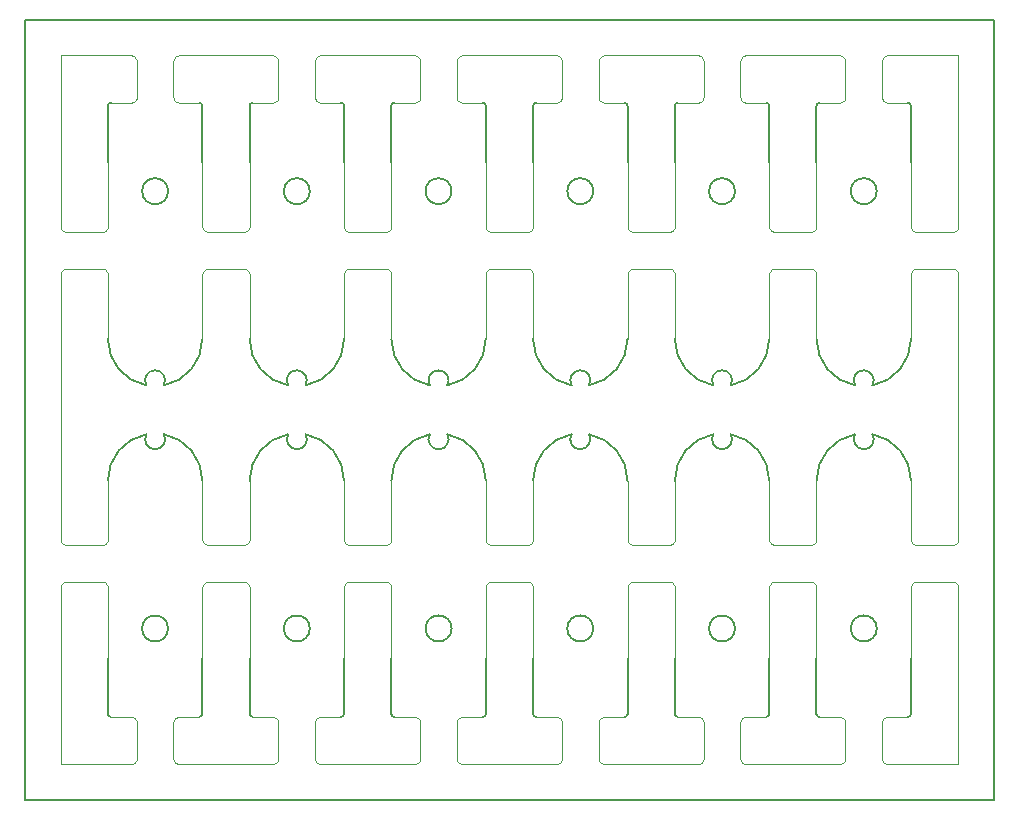
<source format=gm1>
G04 #@! TF.GenerationSoftware,KiCad,Pcbnew,5.0.2-bee76a0~70~ubuntu18.04.1*
G04 #@! TF.CreationDate,2020-03-12T15:24:38+01:00*
G04 #@! TF.ProjectId,output.A1335_long_I2C_panel,6f757470-7574-42e4-9131-3333355f6c6f,rev?*
G04 #@! TF.SameCoordinates,Original*
G04 #@! TF.FileFunction,Profile,NP*
%FSLAX46Y46*%
G04 Gerber Fmt 4.6, Leading zero omitted, Abs format (unit mm)*
G04 Created by KiCad (PCBNEW 5.0.2-bee76a0~70~ubuntu18.04.1) date Thu 12 Mar 2020 03:24:38 PM CET*
%MOMM*%
%LPD*%
G01*
G04 APERTURE LIST*
%ADD10C,0.200000*%
%ADD11C,0.150000*%
%ADD12C,0.100000*%
G04 APERTURE END LIST*
D10*
X167000000Y-66250000D02*
X167000000Y-71000000D01*
X143000000Y-66250000D02*
X143000000Y-71000000D01*
X131000000Y-66250000D02*
X131000000Y-71000000D01*
X116100000Y-73488571D02*
G75*
G03X116100000Y-73488571I-1100000J0D01*
G01*
X111000000Y-66250000D02*
X111000000Y-71000000D01*
X166999988Y-85990000D02*
G75*
G02X163731740Y-89932500I-3999988J-10000D01*
G01*
X135000000Y-66250000D02*
G75*
G02X135250000Y-66000000I250000J0D01*
G01*
X142999988Y-85990000D02*
G75*
G02X139731740Y-89932500I-3999988J-10000D01*
G01*
X154999988Y-85990000D02*
G75*
G02X151731740Y-89932500I-3999988J-10000D01*
G01*
X166750000Y-66000000D02*
G75*
G02X167000000Y-66250000I0J-250000D01*
G01*
X140100000Y-73488571D02*
G75*
G03X140100000Y-73488571I-1100000J0D01*
G01*
X178999988Y-85990000D02*
G75*
G02X175731740Y-89932500I-3999988J-10000D01*
G01*
X162268479Y-89932870D02*
G75*
G02X163731740Y-89932500I731521J432870D01*
G01*
X128100000Y-73488571D02*
G75*
G03X128100000Y-73488571I-1100000J0D01*
G01*
X152100000Y-73488571D02*
G75*
G03X152100000Y-73488571I-1100000J0D01*
G01*
X155000000Y-66250000D02*
X155000000Y-71000000D01*
X176100000Y-73488571D02*
G75*
G03X176100000Y-73488571I-1100000J0D01*
G01*
X114269493Y-89932729D02*
G75*
G02X111000000Y-86000000I730507J3932729D01*
G01*
X171000000Y-66250000D02*
G75*
G02X171250000Y-66000000I250000J0D01*
G01*
X126268479Y-89932870D02*
G75*
G02X127731740Y-89932500I731521J432870D01*
G01*
X128100000Y-73488571D02*
G75*
G03X128100000Y-73488571I-1100000J0D01*
G01*
X116100000Y-73488571D02*
G75*
G03X116100000Y-73488571I-1100000J0D01*
G01*
X164100000Y-73488571D02*
G75*
G03X164100000Y-73488571I-1100000J0D01*
G01*
X114268479Y-89932870D02*
G75*
G02X115731740Y-89932500I731521J432870D01*
G01*
X123000000Y-66250000D02*
X123000000Y-71000000D01*
X178750000Y-66000000D02*
G75*
G02X179000000Y-66250000I0J-250000D01*
G01*
X171000000Y-66250000D02*
X171000000Y-71000000D01*
X159000000Y-66250000D02*
X159000000Y-71000000D01*
X130750000Y-66000000D02*
G75*
G02X131000000Y-66250000I0J-250000D01*
G01*
X154750000Y-66000000D02*
G75*
G02X155000000Y-66250000I0J-250000D01*
G01*
X159000000Y-66250000D02*
G75*
G02X159250000Y-66000000I250000J0D01*
G01*
X118750000Y-66000000D02*
G75*
G02X119000000Y-66250000I0J-250000D01*
G01*
X140100000Y-73488571D02*
G75*
G03X140100000Y-73488571I-1100000J0D01*
G01*
X164100000Y-73488571D02*
G75*
G03X164100000Y-73488571I-1100000J0D01*
G01*
X150268479Y-89932870D02*
G75*
G02X151731740Y-89932500I731521J432870D01*
G01*
X152100000Y-73488571D02*
G75*
G03X152100000Y-73488571I-1100000J0D01*
G01*
X123000000Y-66250000D02*
G75*
G02X123250000Y-66000000I250000J0D01*
G01*
X138268479Y-89932870D02*
G75*
G02X139731740Y-89932500I731521J432870D01*
G01*
X174268479Y-89932870D02*
G75*
G02X175731740Y-89932500I731521J432870D01*
G01*
X119000000Y-66250000D02*
X119000000Y-71000000D01*
X150269493Y-89932729D02*
G75*
G02X147000000Y-86000000I730507J3932729D01*
G01*
X111000000Y-66250000D02*
G75*
G02X111250000Y-66000000I250000J0D01*
G01*
X179000000Y-66250000D02*
X179000000Y-71000000D01*
X126269493Y-89932729D02*
G75*
G02X123000000Y-86000000I730507J3932729D01*
G01*
X174269493Y-89932729D02*
G75*
G02X171000000Y-86000000I730507J3932729D01*
G01*
X176100000Y-73488571D02*
G75*
G03X176100000Y-73488571I-1100000J0D01*
G01*
X138269493Y-89932729D02*
G75*
G02X135000000Y-86000000I730507J3932729D01*
G01*
X147000000Y-66250000D02*
G75*
G02X147250000Y-66000000I250000J0D01*
G01*
X135000000Y-66250000D02*
X135000000Y-71000000D01*
X130999988Y-85990000D02*
G75*
G02X127731740Y-89932500I-3999988J-10000D01*
G01*
X142750000Y-66000000D02*
G75*
G02X143000000Y-66250000I0J-250000D01*
G01*
X118999988Y-85990000D02*
G75*
G02X115731740Y-89932500I-3999988J-10000D01*
G01*
X162269493Y-89932729D02*
G75*
G02X159000000Y-86000000I730507J3932729D01*
G01*
X147000000Y-66250000D02*
X147000000Y-71000000D01*
X171000012Y-98010000D02*
G75*
G02X174268260Y-94067500I3999988J10000D01*
G01*
X159000012Y-98010000D02*
G75*
G02X162268260Y-94067500I3999988J10000D01*
G01*
X147000012Y-98010000D02*
G75*
G02X150268260Y-94067500I3999988J10000D01*
G01*
X135000012Y-98010000D02*
G75*
G02X138268260Y-94067500I3999988J10000D01*
G01*
X123000012Y-98010000D02*
G75*
G02X126268260Y-94067500I3999988J10000D01*
G01*
X176100000Y-110511429D02*
G75*
G03X176100000Y-110511429I-1100000J0D01*
G01*
X164100000Y-110511429D02*
G75*
G03X164100000Y-110511429I-1100000J0D01*
G01*
X152100000Y-110511429D02*
G75*
G03X152100000Y-110511429I-1100000J0D01*
G01*
X140100000Y-110511429D02*
G75*
G03X140100000Y-110511429I-1100000J0D01*
G01*
X128100000Y-110511429D02*
G75*
G03X128100000Y-110511429I-1100000J0D01*
G01*
X179000000Y-117750000D02*
G75*
G02X178750000Y-118000000I-250000J0D01*
G01*
X167000000Y-117750000D02*
G75*
G02X166750000Y-118000000I-250000J0D01*
G01*
X155000000Y-117750000D02*
G75*
G02X154750000Y-118000000I-250000J0D01*
G01*
X143000000Y-117750000D02*
G75*
G02X142750000Y-118000000I-250000J0D01*
G01*
X131000000Y-117750000D02*
G75*
G02X130750000Y-118000000I-250000J0D01*
G01*
X171250000Y-118000000D02*
G75*
G02X171000000Y-117750000I0J250000D01*
G01*
X159250000Y-118000000D02*
G75*
G02X159000000Y-117750000I0J250000D01*
G01*
X147250000Y-118000000D02*
G75*
G02X147000000Y-117750000I0J250000D01*
G01*
X135250000Y-118000000D02*
G75*
G02X135000000Y-117750000I0J250000D01*
G01*
X123250000Y-118000000D02*
G75*
G02X123000000Y-117750000I0J250000D01*
G01*
X179000000Y-117750000D02*
X179000000Y-113000000D01*
X167000000Y-117750000D02*
X167000000Y-113000000D01*
X155000000Y-117750000D02*
X155000000Y-113000000D01*
X143000000Y-117750000D02*
X143000000Y-113000000D01*
X131000000Y-117750000D02*
X131000000Y-113000000D01*
X175731521Y-94067130D02*
G75*
G02X174268260Y-94067500I-731521J-432870D01*
G01*
X163731521Y-94067130D02*
G75*
G02X162268260Y-94067500I-731521J-432870D01*
G01*
X151731521Y-94067130D02*
G75*
G02X150268260Y-94067500I-731521J-432870D01*
G01*
X139731521Y-94067130D02*
G75*
G02X138268260Y-94067500I-731521J-432870D01*
G01*
X127731521Y-94067130D02*
G75*
G02X126268260Y-94067500I-731521J-432870D01*
G01*
X171000000Y-117750000D02*
X171000000Y-113000000D01*
X159000000Y-117750000D02*
X159000000Y-113000000D01*
X147000000Y-117750000D02*
X147000000Y-113000000D01*
X135000000Y-117750000D02*
X135000000Y-113000000D01*
X123000000Y-117750000D02*
X123000000Y-113000000D01*
X175730507Y-94067271D02*
G75*
G02X179000000Y-98000000I-730507J-3932729D01*
G01*
X163730507Y-94067271D02*
G75*
G02X167000000Y-98000000I-730507J-3932729D01*
G01*
X151730507Y-94067271D02*
G75*
G02X155000000Y-98000000I-730507J-3932729D01*
G01*
X139730507Y-94067271D02*
G75*
G02X143000000Y-98000000I-730507J-3932729D01*
G01*
X127730507Y-94067271D02*
G75*
G02X131000000Y-98000000I-730507J-3932729D01*
G01*
X176100000Y-110511429D02*
G75*
G03X176100000Y-110511429I-1100000J0D01*
G01*
X164100000Y-110511429D02*
G75*
G03X164100000Y-110511429I-1100000J0D01*
G01*
X152100000Y-110511429D02*
G75*
G03X152100000Y-110511429I-1100000J0D01*
G01*
X140100000Y-110511429D02*
G75*
G03X140100000Y-110511429I-1100000J0D01*
G01*
X128100000Y-110511429D02*
G75*
G03X128100000Y-110511429I-1100000J0D01*
G01*
D11*
X104000000Y-125000000D02*
X104000000Y-59000000D01*
X186000000Y-125000000D02*
X104000000Y-125000000D01*
X186000000Y-59000000D02*
X186000000Y-125000000D01*
X104000000Y-59000000D02*
X186000000Y-59000000D01*
D10*
X119000000Y-117750000D02*
X119000000Y-113000000D01*
X111000000Y-117750000D02*
X111000000Y-113000000D01*
X111000012Y-98010000D02*
G75*
G02X114268260Y-94067500I3999988J10000D01*
G01*
X111250000Y-118000000D02*
G75*
G02X111000000Y-117750000I0J250000D01*
G01*
X119000000Y-117750000D02*
G75*
G02X118750000Y-118000000I-250000J0D01*
G01*
X116100000Y-110511429D02*
G75*
G03X116100000Y-110511429I-1100000J0D01*
G01*
X116100000Y-110511429D02*
G75*
G03X116100000Y-110511429I-1100000J0D01*
G01*
X115730507Y-94067271D02*
G75*
G02X119000000Y-98000000I-730507J-3932729D01*
G01*
X115731521Y-94067130D02*
G75*
G02X114268260Y-94067500I-731521J-432870D01*
G01*
D12*
X129000002Y-66000000D02*
X130750000Y-66000000D01*
X124999998Y-66000000D02*
X123250000Y-66000000D01*
X125000000Y-62000000D02*
X125098000Y-62019900D01*
X124999998Y-66000000D02*
X125097998Y-65980100D01*
X125098000Y-62019900D02*
X125190080Y-62058904D01*
X125097998Y-65980100D02*
X125190078Y-65941096D01*
X125190080Y-62058904D02*
X125272557Y-62115452D01*
X125190078Y-65941096D02*
X125272555Y-65884548D01*
X125272557Y-62115452D02*
X125342132Y-62187282D01*
X125272555Y-65884548D02*
X125342130Y-65812718D01*
X125342132Y-62187282D02*
X125396022Y-62271521D01*
X125342130Y-65812718D02*
X125396020Y-65728479D01*
X125396022Y-62271521D02*
X125432071Y-62364799D01*
X125396020Y-65728479D02*
X125432069Y-65635201D01*
X125432071Y-62364799D02*
X125448837Y-62463385D01*
X125432069Y-65635201D02*
X125448835Y-65536615D01*
X125448837Y-62463385D02*
X125448835Y-65536615D01*
X128999984Y-62000000D02*
X128901984Y-62019900D01*
X129000002Y-66000000D02*
X128902002Y-65980100D01*
X128901984Y-62019900D02*
X128809904Y-62058904D01*
X128902002Y-65980100D02*
X128809922Y-65941096D01*
X128809904Y-62058904D02*
X128727427Y-62115452D01*
X128809922Y-65941096D02*
X128727445Y-65884548D01*
X128727427Y-62115452D02*
X128657852Y-62187282D01*
X128727445Y-65884548D02*
X128657870Y-65812718D01*
X128657852Y-62187282D02*
X128603962Y-62271521D01*
X128657870Y-65812718D02*
X128603980Y-65728479D01*
X128603962Y-62271521D02*
X128567913Y-62364799D01*
X128603980Y-65728479D02*
X128567931Y-65635201D01*
X128567913Y-62364799D02*
X128551147Y-62463385D01*
X128567931Y-65635201D02*
X128551165Y-65536615D01*
X128551147Y-62463385D02*
X128551165Y-65536615D01*
X117000002Y-66000000D02*
X118750000Y-66000000D01*
X112999998Y-66000000D02*
X111250000Y-66000000D01*
X117000000Y-62000000D02*
X125000000Y-62000000D01*
X113000000Y-62000000D02*
X107000000Y-62000000D01*
X117000000Y-62000000D02*
X116902000Y-62019900D01*
X117000002Y-66000000D02*
X116902002Y-65980100D01*
X116902000Y-62019900D02*
X116809920Y-62058904D01*
X116902002Y-65980100D02*
X116809922Y-65941096D01*
X116809920Y-62058904D02*
X116727443Y-62115452D01*
X116809922Y-65941096D02*
X116727445Y-65884548D01*
X116727443Y-62115452D02*
X116657868Y-62187282D01*
X116727445Y-65884548D02*
X116657870Y-65812718D01*
X116657868Y-62187282D02*
X116603978Y-62271521D01*
X116657870Y-65812718D02*
X116603980Y-65728479D01*
X116603978Y-62271521D02*
X116567929Y-62364799D01*
X116603980Y-65728479D02*
X116567931Y-65635201D01*
X116567929Y-62364799D02*
X116551163Y-62463385D01*
X116567931Y-65635201D02*
X116551165Y-65536615D01*
X116551165Y-65536615D02*
X116551163Y-62463385D01*
X113000000Y-62000000D02*
X113098000Y-62019900D01*
X112999998Y-66000000D02*
X113097998Y-65980100D01*
X113098000Y-62019900D02*
X113190080Y-62058904D01*
X113097998Y-65980100D02*
X113190078Y-65941096D01*
X113190080Y-62058904D02*
X113272557Y-62115452D01*
X113190078Y-65941096D02*
X113272555Y-65884548D01*
X113272557Y-62115452D02*
X113342132Y-62187282D01*
X113272555Y-65884548D02*
X113342130Y-65812718D01*
X113342132Y-62187282D02*
X113396022Y-62271521D01*
X113342130Y-65812718D02*
X113396020Y-65728479D01*
X113396022Y-62271521D02*
X113432071Y-62364799D01*
X113396020Y-65728479D02*
X113432069Y-65635201D01*
X113432071Y-62364799D02*
X113448837Y-62463385D01*
X113432069Y-65635201D02*
X113448835Y-65536615D01*
X113448835Y-65536615D02*
X113448837Y-62463385D01*
X141000002Y-66000000D02*
X142750000Y-66000000D01*
X136999998Y-66000000D02*
X135250000Y-66000000D01*
X136999996Y-62000000D02*
X128999984Y-62000000D01*
X140999976Y-62000000D02*
X140901976Y-62019900D01*
X141000002Y-66000000D02*
X140902002Y-65980100D01*
X140901976Y-62019900D02*
X140809896Y-62058904D01*
X140902002Y-65980100D02*
X140809922Y-65941096D01*
X140809896Y-62058904D02*
X140727419Y-62115452D01*
X140809922Y-65941096D02*
X140727445Y-65884548D01*
X140727419Y-62115452D02*
X140657844Y-62187282D01*
X140727445Y-65884548D02*
X140657870Y-65812718D01*
X140657844Y-62187282D02*
X140603954Y-62271521D01*
X140657870Y-65812718D02*
X140603980Y-65728479D01*
X140603954Y-62271521D02*
X140567905Y-62364799D01*
X140603980Y-65728479D02*
X140567931Y-65635201D01*
X140567905Y-62364799D02*
X140551139Y-62463385D01*
X140567931Y-65635201D02*
X140551165Y-65536615D01*
X140551165Y-65536615D02*
X140551139Y-62463385D01*
X136999998Y-66000000D02*
X137097998Y-65980100D01*
X136999996Y-62000000D02*
X137097996Y-62019900D01*
X137097998Y-65980100D02*
X137190078Y-65941096D01*
X137097996Y-62019900D02*
X137190076Y-62058904D01*
X137190078Y-65941096D02*
X137272555Y-65884548D01*
X137190076Y-62058904D02*
X137272553Y-62115452D01*
X137272555Y-65884548D02*
X137342130Y-65812718D01*
X137272553Y-62115452D02*
X137342128Y-62187282D01*
X137342130Y-65812718D02*
X137396020Y-65728479D01*
X137342128Y-62187282D02*
X137396018Y-62271521D01*
X137396020Y-65728479D02*
X137432069Y-65635201D01*
X137396018Y-62271521D02*
X137432067Y-62364799D01*
X137432069Y-65635201D02*
X137448835Y-65536615D01*
X137432067Y-62364799D02*
X137448833Y-62463385D01*
X137448835Y-65536615D02*
X137448833Y-62463385D01*
X148999996Y-62000000D02*
X140999976Y-62000000D01*
X153000002Y-66000000D02*
X154750000Y-66000000D01*
X148999998Y-66000000D02*
X147250000Y-66000000D01*
X148999998Y-66000000D02*
X149097998Y-65980100D01*
X148999996Y-62000000D02*
X149097996Y-62019900D01*
X149097998Y-65980100D02*
X149190078Y-65941096D01*
X149097996Y-62019900D02*
X149190076Y-62058904D01*
X149190078Y-65941096D02*
X149272555Y-65884548D01*
X149190076Y-62058904D02*
X149272553Y-62115452D01*
X149272555Y-65884548D02*
X149342130Y-65812718D01*
X149272553Y-62115452D02*
X149342128Y-62187282D01*
X149342130Y-65812718D02*
X149396020Y-65728479D01*
X149342128Y-62187282D02*
X149396018Y-62271521D01*
X149396020Y-65728479D02*
X149432069Y-65635201D01*
X149396018Y-62271521D02*
X149432067Y-62364799D01*
X149432069Y-65635201D02*
X149448835Y-65536615D01*
X149432067Y-62364799D02*
X149448833Y-62463385D01*
X149448833Y-62463385D02*
X149448835Y-65536615D01*
X153000000Y-62000000D02*
X152902000Y-62019900D01*
X153000002Y-66000000D02*
X152902002Y-65980100D01*
X152902000Y-62019900D02*
X152809920Y-62058904D01*
X152902002Y-65980100D02*
X152809922Y-65941096D01*
X152809920Y-62058904D02*
X152727443Y-62115452D01*
X152809922Y-65941096D02*
X152727445Y-65884548D01*
X152727443Y-62115452D02*
X152657868Y-62187282D01*
X152727445Y-65884548D02*
X152657870Y-65812718D01*
X152657868Y-62187282D02*
X152603978Y-62271521D01*
X152657870Y-65812718D02*
X152603980Y-65728479D01*
X152603978Y-62271521D02*
X152567929Y-62364799D01*
X152603980Y-65728479D02*
X152567931Y-65635201D01*
X152567929Y-62364799D02*
X152551163Y-62463385D01*
X152567931Y-65635201D02*
X152551165Y-65536615D01*
X152551163Y-62463385D02*
X152551165Y-65536615D01*
X165000002Y-66000000D02*
X166750000Y-66000000D01*
X160999998Y-66000000D02*
X159250000Y-66000000D01*
X161000000Y-62000000D02*
X153000000Y-62000000D01*
X165000000Y-62000000D02*
X164902000Y-62019900D01*
X165000002Y-66000000D02*
X164902002Y-65980100D01*
X164902000Y-62019900D02*
X164809920Y-62058904D01*
X164902002Y-65980100D02*
X164809922Y-65941096D01*
X164809920Y-62058904D02*
X164727443Y-62115452D01*
X164809922Y-65941096D02*
X164727445Y-65884548D01*
X164727443Y-62115452D02*
X164657868Y-62187282D01*
X164727445Y-65884548D02*
X164657870Y-65812718D01*
X164657868Y-62187282D02*
X164603978Y-62271521D01*
X164657870Y-65812718D02*
X164603980Y-65728479D01*
X164603978Y-62271521D02*
X164567929Y-62364799D01*
X164603980Y-65728479D02*
X164567931Y-65635201D01*
X164567929Y-62364799D02*
X164551163Y-62463385D01*
X164567931Y-65635201D02*
X164551165Y-65536615D01*
X164551165Y-65536615D02*
X164551163Y-62463385D01*
X161000000Y-62000000D02*
X161098000Y-62019900D01*
X160999998Y-66000000D02*
X161097998Y-65980100D01*
X161098000Y-62019900D02*
X161190080Y-62058904D01*
X161097998Y-65980100D02*
X161190078Y-65941096D01*
X161190080Y-62058904D02*
X161272557Y-62115452D01*
X161190078Y-65941096D02*
X161272555Y-65884548D01*
X161272557Y-62115452D02*
X161342132Y-62187282D01*
X161272555Y-65884548D02*
X161342130Y-65812718D01*
X161342132Y-62187282D02*
X161396022Y-62271521D01*
X161342130Y-65812718D02*
X161396020Y-65728479D01*
X161396022Y-62271521D02*
X161432071Y-62364799D01*
X161396020Y-65728479D02*
X161432069Y-65635201D01*
X161432071Y-62364799D02*
X161448837Y-62463385D01*
X161432069Y-65635201D02*
X161448835Y-65536615D01*
X161448835Y-65536615D02*
X161448837Y-62463385D01*
X173000000Y-62000000D02*
X165000000Y-62000000D01*
X177000000Y-62000000D02*
X183000000Y-62000000D01*
X177000002Y-66000000D02*
X178750000Y-66000000D01*
X172999998Y-66000000D02*
X171250000Y-66000000D01*
X173000000Y-62000000D02*
X173098000Y-62019900D01*
X172999998Y-66000000D02*
X173097998Y-65980100D01*
X173098000Y-62019900D02*
X173190080Y-62058904D01*
X173097998Y-65980100D02*
X173190078Y-65941096D01*
X173190080Y-62058904D02*
X173272557Y-62115452D01*
X173190078Y-65941096D02*
X173272555Y-65884548D01*
X173272557Y-62115452D02*
X173342132Y-62187282D01*
X173272555Y-65884548D02*
X173342130Y-65812718D01*
X173342132Y-62187282D02*
X173396022Y-62271521D01*
X173342130Y-65812718D02*
X173396020Y-65728479D01*
X173396022Y-62271521D02*
X173432071Y-62364799D01*
X173396020Y-65728479D02*
X173432069Y-65635201D01*
X173432071Y-62364799D02*
X173448837Y-62463385D01*
X173432069Y-65635201D02*
X173448835Y-65536615D01*
X173448837Y-62463385D02*
X173448835Y-65536615D01*
X177000000Y-62000000D02*
X176902000Y-62019900D01*
X177000002Y-66000000D02*
X176902002Y-65980100D01*
X176902000Y-62019900D02*
X176809920Y-62058904D01*
X176902002Y-65980100D02*
X176809922Y-65941096D01*
X176809920Y-62058904D02*
X176727443Y-62115452D01*
X176809922Y-65941096D02*
X176727445Y-65884548D01*
X176727443Y-62115452D02*
X176657868Y-62187282D01*
X176727445Y-65884548D02*
X176657870Y-65812718D01*
X176657868Y-62187282D02*
X176603978Y-62271521D01*
X176657870Y-65812718D02*
X176603980Y-65728479D01*
X176603978Y-62271521D02*
X176567929Y-62364799D01*
X176603980Y-65728479D02*
X176567931Y-65635201D01*
X176567929Y-62364799D02*
X176551163Y-62463385D01*
X176567931Y-65635201D02*
X176551165Y-65536615D01*
X176551163Y-62463385D02*
X176551165Y-65536615D01*
X113000000Y-122000000D02*
X107000000Y-122000000D01*
X112999998Y-118000000D02*
X111250000Y-118000000D01*
X117000002Y-118000000D02*
X118750000Y-118000000D01*
X117000002Y-118000000D02*
X116902002Y-118019900D01*
X117000016Y-122000000D02*
X116902016Y-121980100D01*
X116902002Y-118019900D02*
X116809922Y-118058904D01*
X116902016Y-121980100D02*
X116809936Y-121941096D01*
X116809922Y-118058904D02*
X116727445Y-118115452D01*
X116809936Y-121941096D02*
X116727459Y-121884548D01*
X116727445Y-118115452D02*
X116657870Y-118187282D01*
X116727459Y-121884548D02*
X116657884Y-121812718D01*
X116657870Y-118187282D02*
X116603980Y-118271521D01*
X116657884Y-121812718D02*
X116603994Y-121728479D01*
X116603980Y-118271521D02*
X116567931Y-118364799D01*
X116603994Y-121728479D02*
X116567945Y-121635201D01*
X116567931Y-118364799D02*
X116551165Y-118463385D01*
X116567945Y-121635201D02*
X116551179Y-121536615D01*
X116551179Y-121536615D02*
X116551165Y-118463385D01*
X113000000Y-122000000D02*
X113098000Y-121980100D01*
X112999998Y-118000000D02*
X113097998Y-118019900D01*
X113098000Y-121980100D02*
X113190080Y-121941096D01*
X113097998Y-118019900D02*
X113190078Y-118058904D01*
X113190080Y-121941096D02*
X113272557Y-121884548D01*
X113190078Y-118058904D02*
X113272555Y-118115452D01*
X113272557Y-121884548D02*
X113342132Y-121812718D01*
X113272555Y-118115452D02*
X113342130Y-118187282D01*
X113342132Y-121812718D02*
X113396022Y-121728479D01*
X113342130Y-118187282D02*
X113396020Y-118271521D01*
X113396022Y-121728479D02*
X113432071Y-121635201D01*
X113396020Y-118271521D02*
X113432069Y-118364799D01*
X113432071Y-121635201D02*
X113448837Y-121536615D01*
X113432069Y-118364799D02*
X113448835Y-118463385D01*
X113448837Y-121536615D02*
X113448835Y-118463385D01*
X124999998Y-118000000D02*
X123250000Y-118000000D01*
X129000002Y-118000000D02*
X130750000Y-118000000D01*
X125000004Y-122000000D02*
X117000016Y-122000000D01*
X125000004Y-122000000D02*
X125098004Y-121980100D01*
X124999998Y-118000000D02*
X125097998Y-118019900D01*
X125098004Y-121980100D02*
X125190084Y-121941096D01*
X125097998Y-118019900D02*
X125190078Y-118058904D01*
X125190084Y-121941096D02*
X125272561Y-121884548D01*
X125190078Y-118058904D02*
X125272555Y-118115452D01*
X125272561Y-121884548D02*
X125342136Y-121812718D01*
X125272555Y-118115452D02*
X125342130Y-118187282D01*
X125342136Y-121812718D02*
X125396026Y-121728479D01*
X125342130Y-118187282D02*
X125396020Y-118271521D01*
X125396026Y-121728479D02*
X125432075Y-121635201D01*
X125396020Y-118271521D02*
X125432069Y-118364799D01*
X125432075Y-121635201D02*
X125448841Y-121536615D01*
X125432069Y-118364799D02*
X125448835Y-118463385D01*
X125448835Y-118463385D02*
X125448841Y-121536615D01*
X128999984Y-122000000D02*
X128901984Y-121980100D01*
X129000002Y-118000000D02*
X128902002Y-118019900D01*
X128901984Y-121980100D02*
X128809904Y-121941096D01*
X128902002Y-118019900D02*
X128809922Y-118058904D01*
X128809904Y-121941096D02*
X128727427Y-121884548D01*
X128809922Y-118058904D02*
X128727445Y-118115452D01*
X128727427Y-121884548D02*
X128657852Y-121812718D01*
X128727445Y-118115452D02*
X128657870Y-118187282D01*
X128657852Y-121812718D02*
X128603962Y-121728479D01*
X128657870Y-118187282D02*
X128603980Y-118271521D01*
X128603962Y-121728479D02*
X128567913Y-121635201D01*
X128603980Y-118271521D02*
X128567931Y-118364799D01*
X128567913Y-121635201D02*
X128551147Y-121536615D01*
X128567931Y-118364799D02*
X128551165Y-118463385D01*
X128551165Y-118463385D02*
X128551147Y-121536615D01*
X136999996Y-122000000D02*
X128999984Y-122000000D01*
X136999998Y-118000000D02*
X135250000Y-118000000D01*
X141000002Y-118000000D02*
X142750000Y-118000000D01*
X140999976Y-122000000D02*
X140901976Y-121980100D01*
X141000002Y-118000000D02*
X140902002Y-118019900D01*
X140901976Y-121980100D02*
X140809896Y-121941096D01*
X140902002Y-118019900D02*
X140809922Y-118058904D01*
X140809896Y-121941096D02*
X140727419Y-121884548D01*
X140809922Y-118058904D02*
X140727445Y-118115452D01*
X140727419Y-121884548D02*
X140657844Y-121812718D01*
X140727445Y-118115452D02*
X140657870Y-118187282D01*
X140657844Y-121812718D02*
X140603954Y-121728479D01*
X140657870Y-118187282D02*
X140603980Y-118271521D01*
X140603954Y-121728479D02*
X140567905Y-121635201D01*
X140603980Y-118271521D02*
X140567931Y-118364799D01*
X140567905Y-121635201D02*
X140551139Y-121536615D01*
X140567931Y-118364799D02*
X140551165Y-118463385D01*
X140551139Y-121536615D02*
X140551165Y-118463385D01*
X136999998Y-118000000D02*
X137097998Y-118019900D01*
X136999996Y-122000000D02*
X137097996Y-121980100D01*
X137097998Y-118019900D02*
X137190078Y-118058904D01*
X137097996Y-121980100D02*
X137190076Y-121941096D01*
X137190078Y-118058904D02*
X137272555Y-118115452D01*
X137190076Y-121941096D02*
X137272553Y-121884548D01*
X137272555Y-118115452D02*
X137342130Y-118187282D01*
X137272553Y-121884548D02*
X137342128Y-121812718D01*
X137342130Y-118187282D02*
X137396020Y-118271521D01*
X137342128Y-121812718D02*
X137396018Y-121728479D01*
X137396020Y-118271521D02*
X137432069Y-118364799D01*
X137396018Y-121728479D02*
X137432067Y-121635201D01*
X137432069Y-118364799D02*
X137448835Y-118463385D01*
X137432067Y-121635201D02*
X137448833Y-121536615D01*
X137448833Y-121536615D02*
X137448835Y-118463385D01*
X148999998Y-118000000D02*
X147250000Y-118000000D01*
X153000002Y-118000000D02*
X154750000Y-118000000D01*
X148999996Y-122000000D02*
X140999976Y-122000000D01*
X148999998Y-118000000D02*
X149097998Y-118019900D01*
X148999996Y-122000000D02*
X149097996Y-121980100D01*
X149097998Y-118019900D02*
X149190078Y-118058904D01*
X149097996Y-121980100D02*
X149190076Y-121941096D01*
X149190078Y-118058904D02*
X149272555Y-118115452D01*
X149190076Y-121941096D02*
X149272553Y-121884548D01*
X149272555Y-118115452D02*
X149342130Y-118187282D01*
X149272553Y-121884548D02*
X149342128Y-121812718D01*
X149342130Y-118187282D02*
X149396020Y-118271521D01*
X149342128Y-121812718D02*
X149396018Y-121728479D01*
X149396020Y-118271521D02*
X149432069Y-118364799D01*
X149396018Y-121728479D02*
X149432067Y-121635201D01*
X149432069Y-118364799D02*
X149448835Y-118463385D01*
X149432067Y-121635201D02*
X149448833Y-121536615D01*
X149448835Y-118463385D02*
X149448833Y-121536615D01*
X153000000Y-122000000D02*
X152902000Y-121980100D01*
X153000002Y-118000000D02*
X152902002Y-118019900D01*
X152902000Y-121980100D02*
X152809920Y-121941096D01*
X152902002Y-118019900D02*
X152809922Y-118058904D01*
X152809920Y-121941096D02*
X152727443Y-121884548D01*
X152809922Y-118058904D02*
X152727445Y-118115452D01*
X152727443Y-121884548D02*
X152657868Y-121812718D01*
X152727445Y-118115452D02*
X152657870Y-118187282D01*
X152657868Y-121812718D02*
X152603978Y-121728479D01*
X152657870Y-118187282D02*
X152603980Y-118271521D01*
X152603978Y-121728479D02*
X152567929Y-121635201D01*
X152603980Y-118271521D02*
X152567931Y-118364799D01*
X152567929Y-121635201D02*
X152551163Y-121536615D01*
X152567931Y-118364799D02*
X152551165Y-118463385D01*
X152551165Y-118463385D02*
X152551163Y-121536615D01*
X161000000Y-122000000D02*
X153000000Y-122000000D01*
X160999998Y-118000000D02*
X159250000Y-118000000D01*
X165000002Y-118000000D02*
X166750000Y-118000000D01*
X165000000Y-122000000D02*
X164902000Y-121980100D01*
X165000002Y-118000000D02*
X164902002Y-118019900D01*
X164902000Y-121980100D02*
X164809920Y-121941096D01*
X164902002Y-118019900D02*
X164809922Y-118058904D01*
X164809920Y-121941096D02*
X164727443Y-121884548D01*
X164809922Y-118058904D02*
X164727445Y-118115452D01*
X164727443Y-121884548D02*
X164657868Y-121812718D01*
X164727445Y-118115452D02*
X164657870Y-118187282D01*
X164657868Y-121812718D02*
X164603978Y-121728479D01*
X164657870Y-118187282D02*
X164603980Y-118271521D01*
X164603978Y-121728479D02*
X164567929Y-121635201D01*
X164603980Y-118271521D02*
X164567931Y-118364799D01*
X164567929Y-121635201D02*
X164551163Y-121536615D01*
X164567931Y-118364799D02*
X164551165Y-118463385D01*
X164551163Y-121536615D02*
X164551165Y-118463385D01*
X161000000Y-122000000D02*
X161098000Y-121980100D01*
X160999998Y-118000000D02*
X161097998Y-118019900D01*
X161098000Y-121980100D02*
X161190080Y-121941096D01*
X161097998Y-118019900D02*
X161190078Y-118058904D01*
X161190080Y-121941096D02*
X161272557Y-121884548D01*
X161190078Y-118058904D02*
X161272555Y-118115452D01*
X161272557Y-121884548D02*
X161342132Y-121812718D01*
X161272555Y-118115452D02*
X161342130Y-118187282D01*
X161342132Y-121812718D02*
X161396022Y-121728479D01*
X161342130Y-118187282D02*
X161396020Y-118271521D01*
X161396022Y-121728479D02*
X161432071Y-121635201D01*
X161396020Y-118271521D02*
X161432069Y-118364799D01*
X161432071Y-121635201D02*
X161448837Y-121536615D01*
X161432069Y-118364799D02*
X161448835Y-118463385D01*
X161448837Y-121536615D02*
X161448835Y-118463385D01*
X172999998Y-118000000D02*
X171250000Y-118000000D01*
X177000002Y-118000000D02*
X178750000Y-118000000D01*
X173000000Y-122000000D02*
X165000000Y-122000000D01*
X177000000Y-122000000D02*
X183000000Y-122000000D01*
X173000000Y-122000000D02*
X173098000Y-121980100D01*
X172999998Y-118000000D02*
X173097998Y-118019900D01*
X173098000Y-121980100D02*
X173190080Y-121941096D01*
X173097998Y-118019900D02*
X173190078Y-118058904D01*
X173190080Y-121941096D02*
X173272557Y-121884548D01*
X173190078Y-118058904D02*
X173272555Y-118115452D01*
X173272557Y-121884548D02*
X173342132Y-121812718D01*
X173272555Y-118115452D02*
X173342130Y-118187282D01*
X173342132Y-121812718D02*
X173396022Y-121728479D01*
X173342130Y-118187282D02*
X173396020Y-118271521D01*
X173396022Y-121728479D02*
X173432071Y-121635201D01*
X173396020Y-118271521D02*
X173432069Y-118364799D01*
X173432071Y-121635201D02*
X173448837Y-121536615D01*
X173432069Y-118364799D02*
X173448835Y-118463385D01*
X173448835Y-118463385D02*
X173448837Y-121536615D01*
X177000000Y-122000000D02*
X176902000Y-121980100D01*
X177000002Y-118000000D02*
X176902002Y-118019900D01*
X176902000Y-121980100D02*
X176809920Y-121941096D01*
X176902002Y-118019900D02*
X176809922Y-118058904D01*
X176809920Y-121941096D02*
X176727443Y-121884548D01*
X176809922Y-118058904D02*
X176727445Y-118115452D01*
X176727443Y-121884548D02*
X176657868Y-121812718D01*
X176727445Y-118115452D02*
X176657870Y-118187282D01*
X176657868Y-121812718D02*
X176603978Y-121728479D01*
X176657870Y-118187282D02*
X176603980Y-118271521D01*
X176603978Y-121728479D02*
X176567929Y-121635201D01*
X176603980Y-118271521D02*
X176567931Y-118364799D01*
X176567929Y-121635201D02*
X176551163Y-121536615D01*
X176567931Y-118364799D02*
X176551165Y-118463385D01*
X176551165Y-118463385D02*
X176551163Y-121536615D01*
X179000000Y-107000000D02*
X179000000Y-113000000D01*
X179000000Y-103000002D02*
X179000000Y-98000000D01*
X183000000Y-107000016D02*
X183000000Y-122000000D01*
X179000000Y-107000000D02*
X179019900Y-106902000D01*
X183000000Y-107000016D02*
X182980100Y-106902016D01*
X179019900Y-106902000D02*
X179058904Y-106809920D01*
X182980100Y-106902016D02*
X182941096Y-106809936D01*
X179058904Y-106809920D02*
X179115452Y-106727443D01*
X182941096Y-106809936D02*
X182884548Y-106727459D01*
X179115452Y-106727443D02*
X179187282Y-106657868D01*
X182884548Y-106727459D02*
X182812718Y-106657884D01*
X179187282Y-106657868D02*
X179271521Y-106603978D01*
X182812718Y-106657884D02*
X182728479Y-106603994D01*
X179271521Y-106603978D02*
X179364799Y-106567929D01*
X182728479Y-106603994D02*
X182635201Y-106567945D01*
X179364799Y-106567929D02*
X179463385Y-106551163D01*
X182635201Y-106567945D02*
X182536615Y-106551179D01*
X179463385Y-106551163D02*
X182536615Y-106551179D01*
X179000000Y-103000002D02*
X179019900Y-103098002D01*
X183000000Y-102999984D02*
X182980100Y-103097984D01*
X179019900Y-103098002D02*
X179058904Y-103190082D01*
X182980100Y-103097984D02*
X182941096Y-103190064D01*
X179058904Y-103190082D02*
X179115452Y-103272559D01*
X182941096Y-103190064D02*
X182884548Y-103272541D01*
X179115452Y-103272559D02*
X179187282Y-103342134D01*
X182884548Y-103272541D02*
X182812718Y-103342116D01*
X179187282Y-103342134D02*
X179271521Y-103396024D01*
X182812718Y-103342116D02*
X182728479Y-103396006D01*
X179271521Y-103396024D02*
X179364799Y-103432073D01*
X182728479Y-103396006D02*
X182635201Y-103432055D01*
X179364799Y-103432073D02*
X179463385Y-103448839D01*
X182635201Y-103432055D02*
X182536615Y-103448821D01*
X179463385Y-103448839D02*
X182536615Y-103448821D01*
X167000000Y-107000000D02*
X167000000Y-113000000D01*
X167000000Y-103000002D02*
X167000000Y-98000000D01*
X171000000Y-102999994D02*
X171000000Y-98010000D01*
X171000000Y-107000000D02*
X171000000Y-113000000D01*
X171000000Y-107000000D02*
X170980100Y-106902000D01*
X167000000Y-107000000D02*
X167019900Y-106902000D01*
X170980100Y-106902000D02*
X170941096Y-106809920D01*
X167019900Y-106902000D02*
X167058904Y-106809920D01*
X170941096Y-106809920D02*
X170884548Y-106727443D01*
X167058904Y-106809920D02*
X167115452Y-106727443D01*
X170884548Y-106727443D02*
X170812718Y-106657868D01*
X167115452Y-106727443D02*
X167187282Y-106657868D01*
X170812718Y-106657868D02*
X170728479Y-106603978D01*
X167187282Y-106657868D02*
X167271521Y-106603978D01*
X170728479Y-106603978D02*
X170635201Y-106567929D01*
X167271521Y-106603978D02*
X167364799Y-106567929D01*
X170635201Y-106567929D02*
X170536615Y-106551163D01*
X167364799Y-106567929D02*
X167463385Y-106551163D01*
X167463385Y-106551163D02*
X170536615Y-106551163D01*
X167000000Y-103000002D02*
X167019900Y-103098002D01*
X171000000Y-102999994D02*
X170980100Y-103097994D01*
X167019900Y-103098002D02*
X167058904Y-103190082D01*
X170980100Y-103097994D02*
X170941096Y-103190074D01*
X167058904Y-103190082D02*
X167115452Y-103272559D01*
X170941096Y-103190074D02*
X170884548Y-103272551D01*
X167115452Y-103272559D02*
X167187282Y-103342134D01*
X170884548Y-103272551D02*
X170812718Y-103342126D01*
X167187282Y-103342134D02*
X167271521Y-103396024D01*
X170812718Y-103342126D02*
X170728479Y-103396016D01*
X167271521Y-103396024D02*
X167364799Y-103432073D01*
X170728479Y-103396016D02*
X170635201Y-103432065D01*
X167364799Y-103432073D02*
X167463385Y-103448839D01*
X170635201Y-103432065D02*
X170536615Y-103448831D01*
X167463385Y-103448839D02*
X170536615Y-103448831D01*
X155000000Y-107000000D02*
X155000000Y-113000000D01*
X155000000Y-103000002D02*
X155000000Y-98000000D01*
X159000000Y-102999994D02*
X159000000Y-98010000D01*
X159000000Y-107000000D02*
X159000000Y-113000000D01*
X159000000Y-107000000D02*
X158980100Y-106902000D01*
X155000000Y-107000000D02*
X155019900Y-106902000D01*
X158980100Y-106902000D02*
X158941096Y-106809920D01*
X155019900Y-106902000D02*
X155058904Y-106809920D01*
X158941096Y-106809920D02*
X158884548Y-106727443D01*
X155058904Y-106809920D02*
X155115452Y-106727443D01*
X158884548Y-106727443D02*
X158812718Y-106657868D01*
X155115452Y-106727443D02*
X155187282Y-106657868D01*
X158812718Y-106657868D02*
X158728479Y-106603978D01*
X155187282Y-106657868D02*
X155271521Y-106603978D01*
X158728479Y-106603978D02*
X158635201Y-106567929D01*
X155271521Y-106603978D02*
X155364799Y-106567929D01*
X158635201Y-106567929D02*
X158536615Y-106551163D01*
X155364799Y-106567929D02*
X155463385Y-106551163D01*
X155463385Y-106551163D02*
X158536615Y-106551163D01*
X155000000Y-103000002D02*
X155019900Y-103098002D01*
X159000000Y-102999994D02*
X158980100Y-103097994D01*
X155019900Y-103098002D02*
X155058904Y-103190082D01*
X158980100Y-103097994D02*
X158941096Y-103190074D01*
X155058904Y-103190082D02*
X155115452Y-103272559D01*
X158941096Y-103190074D02*
X158884548Y-103272551D01*
X155115452Y-103272559D02*
X155187282Y-103342134D01*
X158884548Y-103272551D02*
X158812718Y-103342126D01*
X155187282Y-103342134D02*
X155271521Y-103396024D01*
X158812718Y-103342126D02*
X158728479Y-103396016D01*
X155271521Y-103396024D02*
X155364799Y-103432073D01*
X158728479Y-103396016D02*
X158635201Y-103432065D01*
X155364799Y-103432073D02*
X155463385Y-103448839D01*
X158635201Y-103432065D02*
X158536615Y-103448831D01*
X155463385Y-103448839D02*
X158536615Y-103448831D01*
X143000000Y-107000000D02*
X143000000Y-113000000D01*
X143000000Y-103000002D02*
X143000000Y-98000000D01*
X147000000Y-102999994D02*
X147000000Y-98010000D01*
X147000000Y-107000000D02*
X147000000Y-113000000D01*
X147000000Y-107000000D02*
X146980100Y-106902000D01*
X143000000Y-107000000D02*
X143019900Y-106902000D01*
X146980100Y-106902000D02*
X146941096Y-106809920D01*
X143019900Y-106902000D02*
X143058904Y-106809920D01*
X146941096Y-106809920D02*
X146884548Y-106727443D01*
X143058904Y-106809920D02*
X143115452Y-106727443D01*
X146884548Y-106727443D02*
X146812718Y-106657868D01*
X143115452Y-106727443D02*
X143187282Y-106657868D01*
X146812718Y-106657868D02*
X146728479Y-106603978D01*
X143187282Y-106657868D02*
X143271521Y-106603978D01*
X146728479Y-106603978D02*
X146635201Y-106567929D01*
X143271521Y-106603978D02*
X143364799Y-106567929D01*
X146635201Y-106567929D02*
X146536615Y-106551163D01*
X143364799Y-106567929D02*
X143463385Y-106551163D01*
X143463385Y-106551163D02*
X146536615Y-106551163D01*
X143000000Y-103000002D02*
X143019900Y-103098002D01*
X147000000Y-102999994D02*
X146980100Y-103097994D01*
X143019900Y-103098002D02*
X143058904Y-103190082D01*
X146980100Y-103097994D02*
X146941096Y-103190074D01*
X143058904Y-103190082D02*
X143115452Y-103272559D01*
X146941096Y-103190074D02*
X146884548Y-103272551D01*
X143115452Y-103272559D02*
X143187282Y-103342134D01*
X146884548Y-103272551D02*
X146812718Y-103342126D01*
X143187282Y-103342134D02*
X143271521Y-103396024D01*
X146812718Y-103342126D02*
X146728479Y-103396016D01*
X143271521Y-103396024D02*
X143364799Y-103432073D01*
X146728479Y-103396016D02*
X146635201Y-103432065D01*
X143364799Y-103432073D02*
X143463385Y-103448839D01*
X146635201Y-103432065D02*
X146536615Y-103448831D01*
X143463385Y-103448839D02*
X146536615Y-103448831D01*
X131000000Y-107000000D02*
X131000000Y-113000000D01*
X131000000Y-103000002D02*
X131000000Y-98000000D01*
X135000000Y-102999994D02*
X135000000Y-98010000D01*
X135000000Y-107000000D02*
X135000000Y-113000000D01*
X135000000Y-107000000D02*
X134980100Y-106902000D01*
X131000000Y-107000000D02*
X131019900Y-106902000D01*
X134980100Y-106902000D02*
X134941096Y-106809920D01*
X131019900Y-106902000D02*
X131058904Y-106809920D01*
X134941096Y-106809920D02*
X134884548Y-106727443D01*
X131058904Y-106809920D02*
X131115452Y-106727443D01*
X134884548Y-106727443D02*
X134812718Y-106657868D01*
X131115452Y-106727443D02*
X131187282Y-106657868D01*
X134812718Y-106657868D02*
X134728479Y-106603978D01*
X131187282Y-106657868D02*
X131271521Y-106603978D01*
X134728479Y-106603978D02*
X134635201Y-106567929D01*
X131271521Y-106603978D02*
X131364799Y-106567929D01*
X134635201Y-106567929D02*
X134536615Y-106551163D01*
X131364799Y-106567929D02*
X131463385Y-106551163D01*
X131463385Y-106551163D02*
X134536615Y-106551163D01*
X131000000Y-103000002D02*
X131019900Y-103098002D01*
X135000000Y-102999994D02*
X134980100Y-103097994D01*
X131019900Y-103098002D02*
X131058904Y-103190082D01*
X134980100Y-103097994D02*
X134941096Y-103190074D01*
X131058904Y-103190082D02*
X131115452Y-103272559D01*
X134941096Y-103190074D02*
X134884548Y-103272551D01*
X131115452Y-103272559D02*
X131187282Y-103342134D01*
X134884548Y-103272551D02*
X134812718Y-103342126D01*
X131187282Y-103342134D02*
X131271521Y-103396024D01*
X134812718Y-103342126D02*
X134728479Y-103396016D01*
X131271521Y-103396024D02*
X131364799Y-103432073D01*
X134728479Y-103396016D02*
X134635201Y-103432065D01*
X131364799Y-103432073D02*
X131463385Y-103448839D01*
X134635201Y-103432065D02*
X134536615Y-103448831D01*
X131463385Y-103448839D02*
X134536615Y-103448831D01*
X119000000Y-107000000D02*
X119000000Y-113000000D01*
X119000000Y-103000002D02*
X119000000Y-98000000D01*
X123000000Y-102999994D02*
X123000000Y-98010000D01*
X123000000Y-107000000D02*
X123000000Y-113000000D01*
X123000000Y-107000000D02*
X122980100Y-106902000D01*
X119000000Y-107000000D02*
X119019900Y-106902000D01*
X122980100Y-106902000D02*
X122941096Y-106809920D01*
X119019900Y-106902000D02*
X119058904Y-106809920D01*
X122941096Y-106809920D02*
X122884548Y-106727443D01*
X119058904Y-106809920D02*
X119115452Y-106727443D01*
X122884548Y-106727443D02*
X122812718Y-106657868D01*
X119115452Y-106727443D02*
X119187282Y-106657868D01*
X122812718Y-106657868D02*
X122728479Y-106603978D01*
X119187282Y-106657868D02*
X119271521Y-106603978D01*
X122728479Y-106603978D02*
X122635201Y-106567929D01*
X119271521Y-106603978D02*
X119364799Y-106567929D01*
X122635201Y-106567929D02*
X122536615Y-106551163D01*
X119364799Y-106567929D02*
X119463385Y-106551163D01*
X119463385Y-106551163D02*
X122536615Y-106551163D01*
X119000000Y-103000002D02*
X119019900Y-103098002D01*
X123000000Y-102999994D02*
X122980100Y-103097994D01*
X119019900Y-103098002D02*
X119058904Y-103190082D01*
X122980100Y-103097994D02*
X122941096Y-103190074D01*
X119058904Y-103190082D02*
X119115452Y-103272559D01*
X122941096Y-103190074D02*
X122884548Y-103272551D01*
X119115452Y-103272559D02*
X119187282Y-103342134D01*
X122884548Y-103272551D02*
X122812718Y-103342126D01*
X119187282Y-103342134D02*
X119271521Y-103396024D01*
X122812718Y-103342126D02*
X122728479Y-103396016D01*
X119271521Y-103396024D02*
X119364799Y-103432073D01*
X122728479Y-103396016D02*
X122635201Y-103432065D01*
X119364799Y-103432073D02*
X119463385Y-103448839D01*
X122635201Y-103432065D02*
X122536615Y-103448831D01*
X119463385Y-103448839D02*
X122536615Y-103448831D01*
X107000000Y-107000016D02*
X107000000Y-122000000D01*
X111000000Y-102999994D02*
X111000000Y-98010000D01*
X111000000Y-107000000D02*
X111000000Y-113000000D01*
X111000000Y-107000000D02*
X110980100Y-106902000D01*
X107000000Y-107000016D02*
X107019900Y-106902016D01*
X110980100Y-106902000D02*
X110941096Y-106809920D01*
X107019900Y-106902016D02*
X107058904Y-106809936D01*
X110941096Y-106809920D02*
X110884548Y-106727443D01*
X107058904Y-106809936D02*
X107115452Y-106727459D01*
X110884548Y-106727443D02*
X110812718Y-106657868D01*
X107115452Y-106727459D02*
X107187282Y-106657884D01*
X110812718Y-106657868D02*
X110728479Y-106603978D01*
X107187282Y-106657884D02*
X107271521Y-106603994D01*
X110728479Y-106603978D02*
X110635201Y-106567929D01*
X107271521Y-106603994D02*
X107364799Y-106567945D01*
X110635201Y-106567929D02*
X110536615Y-106551163D01*
X107364799Y-106567945D02*
X107463385Y-106551179D01*
X107463385Y-106551179D02*
X110536615Y-106551163D01*
X111000000Y-102999994D02*
X110980100Y-103097994D01*
X107000000Y-102999984D02*
X107019900Y-103097984D01*
X110980100Y-103097994D02*
X110941096Y-103190074D01*
X107019900Y-103097984D02*
X107058904Y-103190064D01*
X110941096Y-103190074D02*
X110884548Y-103272551D01*
X107058904Y-103190064D02*
X107115452Y-103272541D01*
X110884548Y-103272551D02*
X110812718Y-103342126D01*
X107115452Y-103272541D02*
X107187282Y-103342116D01*
X110812718Y-103342126D02*
X110728479Y-103396016D01*
X107187282Y-103342116D02*
X107271521Y-103396006D01*
X110728479Y-103396016D02*
X110635201Y-103432065D01*
X107271521Y-103396006D02*
X107364799Y-103432055D01*
X110635201Y-103432065D02*
X110536615Y-103448831D01*
X107364799Y-103432055D02*
X107463385Y-103448821D01*
X107463385Y-103448821D02*
X110536615Y-103448831D01*
X111000000Y-76500004D02*
X111000000Y-71000000D01*
X111000000Y-80499996D02*
X111000000Y-86000000D01*
X107000000Y-80499982D02*
X107000000Y-102999984D01*
X107000000Y-76500002D02*
X107000000Y-62000000D01*
X111000000Y-76500004D02*
X110980100Y-76598004D01*
X107000000Y-76500002D02*
X107019900Y-76598002D01*
X110980100Y-76598004D02*
X110941096Y-76690084D01*
X107019900Y-76598002D02*
X107058904Y-76690082D01*
X110941096Y-76690084D02*
X110884548Y-76772561D01*
X107058904Y-76690082D02*
X107115452Y-76772559D01*
X110884548Y-76772561D02*
X110812718Y-76842136D01*
X107115452Y-76772559D02*
X107187282Y-76842134D01*
X110812718Y-76842136D02*
X110728479Y-76896026D01*
X107187282Y-76842134D02*
X107271521Y-76896024D01*
X110728479Y-76896026D02*
X110635201Y-76932075D01*
X107271521Y-76896024D02*
X107364799Y-76932073D01*
X110635201Y-76932075D02*
X110536615Y-76948841D01*
X107364799Y-76932073D02*
X107463385Y-76948839D01*
X110536615Y-76948841D02*
X107463385Y-76948839D01*
X107000000Y-80499982D02*
X107019900Y-80401982D01*
X111000000Y-80499996D02*
X110980100Y-80401996D01*
X107019900Y-80401982D02*
X107058904Y-80309902D01*
X110980100Y-80401996D02*
X110941096Y-80309916D01*
X107058904Y-80309902D02*
X107115452Y-80227425D01*
X110941096Y-80309916D02*
X110884548Y-80227439D01*
X107115452Y-80227425D02*
X107187282Y-80157850D01*
X110884548Y-80227439D02*
X110812718Y-80157864D01*
X107187282Y-80157850D02*
X107271521Y-80103960D01*
X110812718Y-80157864D02*
X110728479Y-80103974D01*
X107271521Y-80103960D02*
X107364799Y-80067911D01*
X110728479Y-80103974D02*
X110635201Y-80067925D01*
X107364799Y-80067911D02*
X107463385Y-80051145D01*
X110635201Y-80067925D02*
X110536615Y-80051159D01*
X110536615Y-80051159D02*
X107463385Y-80051145D01*
X123000000Y-76500004D02*
X123000000Y-71000000D01*
X123000000Y-80499996D02*
X123000000Y-86000000D01*
X119000000Y-80499994D02*
X119000000Y-85990000D01*
X119000000Y-76500004D02*
X119000000Y-71000000D01*
X119000000Y-76500004D02*
X119019900Y-76598004D01*
X123000000Y-76500004D02*
X122980100Y-76598004D01*
X119019900Y-76598004D02*
X119058904Y-76690084D01*
X122980100Y-76598004D02*
X122941096Y-76690084D01*
X119058904Y-76690084D02*
X119115452Y-76772561D01*
X122941096Y-76690084D02*
X122884548Y-76772561D01*
X119115452Y-76772561D02*
X119187282Y-76842136D01*
X122884548Y-76772561D02*
X122812718Y-76842136D01*
X119187282Y-76842136D02*
X119271521Y-76896026D01*
X122812718Y-76842136D02*
X122728479Y-76896026D01*
X119271521Y-76896026D02*
X119364799Y-76932075D01*
X122728479Y-76896026D02*
X122635201Y-76932075D01*
X119364799Y-76932075D02*
X119463385Y-76948841D01*
X122635201Y-76932075D02*
X122536615Y-76948841D01*
X122536615Y-76948841D02*
X119463385Y-76948841D01*
X119000000Y-80499994D02*
X119019900Y-80401994D01*
X123000000Y-80499996D02*
X122980100Y-80401996D01*
X119019900Y-80401994D02*
X119058904Y-80309914D01*
X122980100Y-80401996D02*
X122941096Y-80309916D01*
X119058904Y-80309914D02*
X119115452Y-80227437D01*
X122941096Y-80309916D02*
X122884548Y-80227439D01*
X119115452Y-80227437D02*
X119187282Y-80157862D01*
X122884548Y-80227439D02*
X122812718Y-80157864D01*
X119187282Y-80157862D02*
X119271521Y-80103972D01*
X122812718Y-80157864D02*
X122728479Y-80103974D01*
X119271521Y-80103972D02*
X119364799Y-80067923D01*
X122728479Y-80103974D02*
X122635201Y-80067925D01*
X119364799Y-80067923D02*
X119463385Y-80051157D01*
X122635201Y-80067925D02*
X122536615Y-80051159D01*
X122536615Y-80051159D02*
X119463385Y-80051157D01*
X135000000Y-76500004D02*
X135000000Y-71000000D01*
X135000000Y-80499996D02*
X135000000Y-86000000D01*
X131000000Y-80499994D02*
X131000000Y-85990000D01*
X131000000Y-76500004D02*
X131000000Y-71000000D01*
X131000000Y-76500004D02*
X131019900Y-76598004D01*
X135000000Y-76500004D02*
X134980100Y-76598004D01*
X131019900Y-76598004D02*
X131058904Y-76690084D01*
X134980100Y-76598004D02*
X134941096Y-76690084D01*
X131058904Y-76690084D02*
X131115452Y-76772561D01*
X134941096Y-76690084D02*
X134884548Y-76772561D01*
X131115452Y-76772561D02*
X131187282Y-76842136D01*
X134884548Y-76772561D02*
X134812718Y-76842136D01*
X131187282Y-76842136D02*
X131271521Y-76896026D01*
X134812718Y-76842136D02*
X134728479Y-76896026D01*
X131271521Y-76896026D02*
X131364799Y-76932075D01*
X134728479Y-76896026D02*
X134635201Y-76932075D01*
X131364799Y-76932075D02*
X131463385Y-76948841D01*
X134635201Y-76932075D02*
X134536615Y-76948841D01*
X134536615Y-76948841D02*
X131463385Y-76948841D01*
X131000000Y-80499994D02*
X131019900Y-80401994D01*
X135000000Y-80499996D02*
X134980100Y-80401996D01*
X131019900Y-80401994D02*
X131058904Y-80309914D01*
X134980100Y-80401996D02*
X134941096Y-80309916D01*
X131058904Y-80309914D02*
X131115452Y-80227437D01*
X134941096Y-80309916D02*
X134884548Y-80227439D01*
X131115452Y-80227437D02*
X131187282Y-80157862D01*
X134884548Y-80227439D02*
X134812718Y-80157864D01*
X131187282Y-80157862D02*
X131271521Y-80103972D01*
X134812718Y-80157864D02*
X134728479Y-80103974D01*
X131271521Y-80103972D02*
X131364799Y-80067923D01*
X134728479Y-80103974D02*
X134635201Y-80067925D01*
X131364799Y-80067923D02*
X131463385Y-80051157D01*
X134635201Y-80067925D02*
X134536615Y-80051159D01*
X134536615Y-80051159D02*
X131463385Y-80051157D01*
X147000000Y-76500004D02*
X147000000Y-71000000D01*
X147000000Y-80499996D02*
X147000000Y-86000000D01*
X143000000Y-80499994D02*
X143000000Y-85990000D01*
X143000000Y-76500004D02*
X143000000Y-71000000D01*
X143000000Y-76500004D02*
X143019900Y-76598004D01*
X147000000Y-76500004D02*
X146980100Y-76598004D01*
X143019900Y-76598004D02*
X143058904Y-76690084D01*
X146980100Y-76598004D02*
X146941096Y-76690084D01*
X143058904Y-76690084D02*
X143115452Y-76772561D01*
X146941096Y-76690084D02*
X146884548Y-76772561D01*
X143115452Y-76772561D02*
X143187282Y-76842136D01*
X146884548Y-76772561D02*
X146812718Y-76842136D01*
X143187282Y-76842136D02*
X143271521Y-76896026D01*
X146812718Y-76842136D02*
X146728479Y-76896026D01*
X143271521Y-76896026D02*
X143364799Y-76932075D01*
X146728479Y-76896026D02*
X146635201Y-76932075D01*
X143364799Y-76932075D02*
X143463385Y-76948841D01*
X146635201Y-76932075D02*
X146536615Y-76948841D01*
X146536615Y-76948841D02*
X143463385Y-76948841D01*
X143000000Y-80499994D02*
X143019900Y-80401994D01*
X147000000Y-80499996D02*
X146980100Y-80401996D01*
X143019900Y-80401994D02*
X143058904Y-80309914D01*
X146980100Y-80401996D02*
X146941096Y-80309916D01*
X143058904Y-80309914D02*
X143115452Y-80227437D01*
X146941096Y-80309916D02*
X146884548Y-80227439D01*
X143115452Y-80227437D02*
X143187282Y-80157862D01*
X146884548Y-80227439D02*
X146812718Y-80157864D01*
X143187282Y-80157862D02*
X143271521Y-80103972D01*
X146812718Y-80157864D02*
X146728479Y-80103974D01*
X143271521Y-80103972D02*
X143364799Y-80067923D01*
X146728479Y-80103974D02*
X146635201Y-80067925D01*
X143364799Y-80067923D02*
X143463385Y-80051157D01*
X146635201Y-80067925D02*
X146536615Y-80051159D01*
X146536615Y-80051159D02*
X143463385Y-80051157D01*
X159000000Y-76500004D02*
X159000000Y-71000000D01*
X159000000Y-80499996D02*
X159000000Y-86000000D01*
X155000000Y-80499994D02*
X155000000Y-85990000D01*
X155000000Y-76500004D02*
X155000000Y-71000000D01*
X155000000Y-76500004D02*
X155019900Y-76598004D01*
X159000000Y-76500004D02*
X158980100Y-76598004D01*
X155019900Y-76598004D02*
X155058904Y-76690084D01*
X158980100Y-76598004D02*
X158941096Y-76690084D01*
X155058904Y-76690084D02*
X155115452Y-76772561D01*
X158941096Y-76690084D02*
X158884548Y-76772561D01*
X155115452Y-76772561D02*
X155187282Y-76842136D01*
X158884548Y-76772561D02*
X158812718Y-76842136D01*
X155187282Y-76842136D02*
X155271521Y-76896026D01*
X158812718Y-76842136D02*
X158728479Y-76896026D01*
X155271521Y-76896026D02*
X155364799Y-76932075D01*
X158728479Y-76896026D02*
X158635201Y-76932075D01*
X155364799Y-76932075D02*
X155463385Y-76948841D01*
X158635201Y-76932075D02*
X158536615Y-76948841D01*
X158536615Y-76948841D02*
X155463385Y-76948841D01*
X155000000Y-80499994D02*
X155019900Y-80401994D01*
X159000000Y-80499996D02*
X158980100Y-80401996D01*
X155019900Y-80401994D02*
X155058904Y-80309914D01*
X158980100Y-80401996D02*
X158941096Y-80309916D01*
X155058904Y-80309914D02*
X155115452Y-80227437D01*
X158941096Y-80309916D02*
X158884548Y-80227439D01*
X155115452Y-80227437D02*
X155187282Y-80157862D01*
X158884548Y-80227439D02*
X158812718Y-80157864D01*
X155187282Y-80157862D02*
X155271521Y-80103972D01*
X158812718Y-80157864D02*
X158728479Y-80103974D01*
X155271521Y-80103972D02*
X155364799Y-80067923D01*
X158728479Y-80103974D02*
X158635201Y-80067925D01*
X155364799Y-80067923D02*
X155463385Y-80051157D01*
X158635201Y-80067925D02*
X158536615Y-80051159D01*
X158536615Y-80051159D02*
X155463385Y-80051157D01*
X171000000Y-76500004D02*
X171000000Y-71000000D01*
X171000000Y-80499996D02*
X171000000Y-86000000D01*
X167000000Y-80499994D02*
X167000000Y-85990000D01*
X167000000Y-76500004D02*
X167000000Y-71000000D01*
X167000000Y-76500004D02*
X167019900Y-76598004D01*
X171000000Y-76500004D02*
X170980100Y-76598004D01*
X167019900Y-76598004D02*
X167058904Y-76690084D01*
X170980100Y-76598004D02*
X170941096Y-76690084D01*
X167058904Y-76690084D02*
X167115452Y-76772561D01*
X170941096Y-76690084D02*
X170884548Y-76772561D01*
X167115452Y-76772561D02*
X167187282Y-76842136D01*
X170884548Y-76772561D02*
X170812718Y-76842136D01*
X167187282Y-76842136D02*
X167271521Y-76896026D01*
X170812718Y-76842136D02*
X170728479Y-76896026D01*
X167271521Y-76896026D02*
X167364799Y-76932075D01*
X170728479Y-76896026D02*
X170635201Y-76932075D01*
X167364799Y-76932075D02*
X167463385Y-76948841D01*
X170635201Y-76932075D02*
X170536615Y-76948841D01*
X170536615Y-76948841D02*
X167463385Y-76948841D01*
X167000000Y-80499994D02*
X167019900Y-80401994D01*
X171000000Y-80499996D02*
X170980100Y-80401996D01*
X167019900Y-80401994D02*
X167058904Y-80309914D01*
X170980100Y-80401996D02*
X170941096Y-80309916D01*
X167058904Y-80309914D02*
X167115452Y-80227437D01*
X170941096Y-80309916D02*
X170884548Y-80227439D01*
X167115452Y-80227437D02*
X167187282Y-80157862D01*
X170884548Y-80227439D02*
X170812718Y-80157864D01*
X167187282Y-80157862D02*
X167271521Y-80103972D01*
X170812718Y-80157864D02*
X170728479Y-80103974D01*
X167271521Y-80103972D02*
X167364799Y-80067923D01*
X170728479Y-80103974D02*
X170635201Y-80067925D01*
X167364799Y-80067923D02*
X167463385Y-80051157D01*
X170635201Y-80067925D02*
X170536615Y-80051159D01*
X170536615Y-80051159D02*
X167463385Y-80051157D01*
X179000000Y-80499994D02*
X179000000Y-85990000D01*
X179000000Y-76500004D02*
X179000000Y-71000000D01*
X183000000Y-80499982D02*
X183000000Y-102999984D01*
X183000000Y-76500002D02*
X183000000Y-62000000D01*
X183000000Y-80499982D02*
X182980100Y-80401982D01*
X179000000Y-80499994D02*
X179019900Y-80401994D01*
X182980100Y-80401982D02*
X182941096Y-80309902D01*
X179019900Y-80401994D02*
X179058904Y-80309914D01*
X182941096Y-80309902D02*
X182884548Y-80227425D01*
X179058904Y-80309914D02*
X179115452Y-80227437D01*
X182884548Y-80227425D02*
X182812718Y-80157850D01*
X179115452Y-80227437D02*
X179187282Y-80157862D01*
X182812718Y-80157850D02*
X182728479Y-80103960D01*
X179187282Y-80157862D02*
X179271521Y-80103972D01*
X182728479Y-80103960D02*
X182635201Y-80067911D01*
X179271521Y-80103972D02*
X179364799Y-80067923D01*
X182635201Y-80067911D02*
X182536615Y-80051145D01*
X179364799Y-80067923D02*
X179463385Y-80051157D01*
X179463385Y-80051157D02*
X182536615Y-80051145D01*
X179000000Y-76500004D02*
X179019900Y-76598004D01*
X183000000Y-76500002D02*
X182980100Y-76598002D01*
X179019900Y-76598004D02*
X179058904Y-76690084D01*
X182980100Y-76598002D02*
X182941096Y-76690082D01*
X179058904Y-76690084D02*
X179115452Y-76772561D01*
X182941096Y-76690082D02*
X182884548Y-76772559D01*
X179115452Y-76772561D02*
X179187282Y-76842136D01*
X182884548Y-76772559D02*
X182812718Y-76842134D01*
X179187282Y-76842136D02*
X179271521Y-76896026D01*
X182812718Y-76842134D02*
X182728479Y-76896024D01*
X179271521Y-76896026D02*
X179364799Y-76932075D01*
X182728479Y-76896024D02*
X182635201Y-76932073D01*
X179364799Y-76932075D02*
X179463385Y-76948841D01*
X182635201Y-76932073D02*
X182536615Y-76948839D01*
X179463385Y-76948841D02*
X182536615Y-76948839D01*
M02*

</source>
